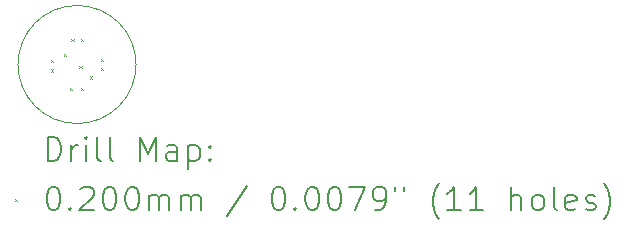
<source format=gbr>
%TF.GenerationSoftware,KiCad,Pcbnew,(6.0.7)*%
%TF.CreationDate,2022-10-27T11:49:25+02:00*%
%TF.ProjectId,PressureSensor,50726573-7375-4726-9553-656e736f722e,rev?*%
%TF.SameCoordinates,Original*%
%TF.FileFunction,Drillmap*%
%TF.FilePolarity,Positive*%
%FSLAX45Y45*%
G04 Gerber Fmt 4.5, Leading zero omitted, Abs format (unit mm)*
G04 Created by KiCad (PCBNEW (6.0.7)) date 2022-10-27 11:49:25*
%MOMM*%
%LPD*%
G01*
G04 APERTURE LIST*
%ADD10C,0.100000*%
%ADD11C,0.200000*%
%ADD12C,0.020000*%
G04 APERTURE END LIST*
D10*
X16800000Y-7400000D02*
G75*
G03*
X16800000Y-7400000I-500000J0D01*
G01*
D11*
D12*
X16080000Y-7360000D02*
X16100000Y-7380000D01*
X16100000Y-7360000D02*
X16080000Y-7380000D01*
X16080000Y-7440000D02*
X16100000Y-7460000D01*
X16100000Y-7440000D02*
X16080000Y-7460000D01*
X16190000Y-7310000D02*
X16210000Y-7330000D01*
X16210000Y-7310000D02*
X16190000Y-7330000D01*
X16240000Y-7600000D02*
X16260000Y-7620000D01*
X16260000Y-7600000D02*
X16240000Y-7620000D01*
X16250000Y-7180000D02*
X16270000Y-7200000D01*
X16270000Y-7180000D02*
X16250000Y-7200000D01*
X16320000Y-7410000D02*
X16340000Y-7430000D01*
X16340000Y-7410000D02*
X16320000Y-7430000D01*
X16330000Y-7180000D02*
X16350000Y-7200000D01*
X16350000Y-7180000D02*
X16330000Y-7200000D01*
X16330000Y-7600000D02*
X16350000Y-7620000D01*
X16350000Y-7600000D02*
X16330000Y-7620000D01*
X16410000Y-7500000D02*
X16430000Y-7520000D01*
X16430000Y-7500000D02*
X16410000Y-7520000D01*
X16500000Y-7350000D02*
X16520000Y-7370000D01*
X16520000Y-7350000D02*
X16500000Y-7370000D01*
X16500000Y-7430000D02*
X16520000Y-7450000D01*
X16520000Y-7430000D02*
X16500000Y-7450000D01*
D11*
X16052619Y-8215476D02*
X16052619Y-8015476D01*
X16100238Y-8015476D01*
X16128809Y-8025000D01*
X16147857Y-8044048D01*
X16157381Y-8063095D01*
X16166905Y-8101190D01*
X16166905Y-8129762D01*
X16157381Y-8167857D01*
X16147857Y-8186905D01*
X16128809Y-8205952D01*
X16100238Y-8215476D01*
X16052619Y-8215476D01*
X16252619Y-8215476D02*
X16252619Y-8082143D01*
X16252619Y-8120238D02*
X16262143Y-8101190D01*
X16271667Y-8091667D01*
X16290714Y-8082143D01*
X16309762Y-8082143D01*
X16376428Y-8215476D02*
X16376428Y-8082143D01*
X16376428Y-8015476D02*
X16366905Y-8025000D01*
X16376428Y-8034524D01*
X16385952Y-8025000D01*
X16376428Y-8015476D01*
X16376428Y-8034524D01*
X16500238Y-8215476D02*
X16481190Y-8205952D01*
X16471667Y-8186905D01*
X16471667Y-8015476D01*
X16605000Y-8215476D02*
X16585952Y-8205952D01*
X16576428Y-8186905D01*
X16576428Y-8015476D01*
X16833571Y-8215476D02*
X16833571Y-8015476D01*
X16900238Y-8158333D01*
X16966905Y-8015476D01*
X16966905Y-8215476D01*
X17147857Y-8215476D02*
X17147857Y-8110714D01*
X17138333Y-8091667D01*
X17119286Y-8082143D01*
X17081190Y-8082143D01*
X17062143Y-8091667D01*
X17147857Y-8205952D02*
X17128810Y-8215476D01*
X17081190Y-8215476D01*
X17062143Y-8205952D01*
X17052619Y-8186905D01*
X17052619Y-8167857D01*
X17062143Y-8148809D01*
X17081190Y-8139286D01*
X17128810Y-8139286D01*
X17147857Y-8129762D01*
X17243095Y-8082143D02*
X17243095Y-8282143D01*
X17243095Y-8091667D02*
X17262143Y-8082143D01*
X17300238Y-8082143D01*
X17319286Y-8091667D01*
X17328810Y-8101190D01*
X17338333Y-8120238D01*
X17338333Y-8177381D01*
X17328810Y-8196428D01*
X17319286Y-8205952D01*
X17300238Y-8215476D01*
X17262143Y-8215476D01*
X17243095Y-8205952D01*
X17424048Y-8196428D02*
X17433571Y-8205952D01*
X17424048Y-8215476D01*
X17414524Y-8205952D01*
X17424048Y-8196428D01*
X17424048Y-8215476D01*
X17424048Y-8091667D02*
X17433571Y-8101190D01*
X17424048Y-8110714D01*
X17414524Y-8101190D01*
X17424048Y-8091667D01*
X17424048Y-8110714D01*
D12*
X15775000Y-8535000D02*
X15795000Y-8555000D01*
X15795000Y-8535000D02*
X15775000Y-8555000D01*
D11*
X16090714Y-8435476D02*
X16109762Y-8435476D01*
X16128809Y-8445000D01*
X16138333Y-8454524D01*
X16147857Y-8473571D01*
X16157381Y-8511667D01*
X16157381Y-8559286D01*
X16147857Y-8597381D01*
X16138333Y-8616429D01*
X16128809Y-8625952D01*
X16109762Y-8635476D01*
X16090714Y-8635476D01*
X16071667Y-8625952D01*
X16062143Y-8616429D01*
X16052619Y-8597381D01*
X16043095Y-8559286D01*
X16043095Y-8511667D01*
X16052619Y-8473571D01*
X16062143Y-8454524D01*
X16071667Y-8445000D01*
X16090714Y-8435476D01*
X16243095Y-8616429D02*
X16252619Y-8625952D01*
X16243095Y-8635476D01*
X16233571Y-8625952D01*
X16243095Y-8616429D01*
X16243095Y-8635476D01*
X16328809Y-8454524D02*
X16338333Y-8445000D01*
X16357381Y-8435476D01*
X16405000Y-8435476D01*
X16424048Y-8445000D01*
X16433571Y-8454524D01*
X16443095Y-8473571D01*
X16443095Y-8492619D01*
X16433571Y-8521190D01*
X16319286Y-8635476D01*
X16443095Y-8635476D01*
X16566905Y-8435476D02*
X16585952Y-8435476D01*
X16605000Y-8445000D01*
X16614524Y-8454524D01*
X16624048Y-8473571D01*
X16633571Y-8511667D01*
X16633571Y-8559286D01*
X16624048Y-8597381D01*
X16614524Y-8616429D01*
X16605000Y-8625952D01*
X16585952Y-8635476D01*
X16566905Y-8635476D01*
X16547857Y-8625952D01*
X16538333Y-8616429D01*
X16528809Y-8597381D01*
X16519286Y-8559286D01*
X16519286Y-8511667D01*
X16528809Y-8473571D01*
X16538333Y-8454524D01*
X16547857Y-8445000D01*
X16566905Y-8435476D01*
X16757381Y-8435476D02*
X16776428Y-8435476D01*
X16795476Y-8445000D01*
X16805000Y-8454524D01*
X16814524Y-8473571D01*
X16824048Y-8511667D01*
X16824048Y-8559286D01*
X16814524Y-8597381D01*
X16805000Y-8616429D01*
X16795476Y-8625952D01*
X16776428Y-8635476D01*
X16757381Y-8635476D01*
X16738333Y-8625952D01*
X16728809Y-8616429D01*
X16719286Y-8597381D01*
X16709762Y-8559286D01*
X16709762Y-8511667D01*
X16719286Y-8473571D01*
X16728809Y-8454524D01*
X16738333Y-8445000D01*
X16757381Y-8435476D01*
X16909762Y-8635476D02*
X16909762Y-8502143D01*
X16909762Y-8521190D02*
X16919286Y-8511667D01*
X16938333Y-8502143D01*
X16966905Y-8502143D01*
X16985952Y-8511667D01*
X16995476Y-8530714D01*
X16995476Y-8635476D01*
X16995476Y-8530714D02*
X17005000Y-8511667D01*
X17024048Y-8502143D01*
X17052619Y-8502143D01*
X17071667Y-8511667D01*
X17081190Y-8530714D01*
X17081190Y-8635476D01*
X17176429Y-8635476D02*
X17176429Y-8502143D01*
X17176429Y-8521190D02*
X17185952Y-8511667D01*
X17205000Y-8502143D01*
X17233571Y-8502143D01*
X17252619Y-8511667D01*
X17262143Y-8530714D01*
X17262143Y-8635476D01*
X17262143Y-8530714D02*
X17271667Y-8511667D01*
X17290714Y-8502143D01*
X17319286Y-8502143D01*
X17338333Y-8511667D01*
X17347857Y-8530714D01*
X17347857Y-8635476D01*
X17738333Y-8425952D02*
X17566905Y-8683095D01*
X17995476Y-8435476D02*
X18014524Y-8435476D01*
X18033571Y-8445000D01*
X18043095Y-8454524D01*
X18052619Y-8473571D01*
X18062143Y-8511667D01*
X18062143Y-8559286D01*
X18052619Y-8597381D01*
X18043095Y-8616429D01*
X18033571Y-8625952D01*
X18014524Y-8635476D01*
X17995476Y-8635476D01*
X17976429Y-8625952D01*
X17966905Y-8616429D01*
X17957381Y-8597381D01*
X17947857Y-8559286D01*
X17947857Y-8511667D01*
X17957381Y-8473571D01*
X17966905Y-8454524D01*
X17976429Y-8445000D01*
X17995476Y-8435476D01*
X18147857Y-8616429D02*
X18157381Y-8625952D01*
X18147857Y-8635476D01*
X18138333Y-8625952D01*
X18147857Y-8616429D01*
X18147857Y-8635476D01*
X18281190Y-8435476D02*
X18300238Y-8435476D01*
X18319286Y-8445000D01*
X18328810Y-8454524D01*
X18338333Y-8473571D01*
X18347857Y-8511667D01*
X18347857Y-8559286D01*
X18338333Y-8597381D01*
X18328810Y-8616429D01*
X18319286Y-8625952D01*
X18300238Y-8635476D01*
X18281190Y-8635476D01*
X18262143Y-8625952D01*
X18252619Y-8616429D01*
X18243095Y-8597381D01*
X18233571Y-8559286D01*
X18233571Y-8511667D01*
X18243095Y-8473571D01*
X18252619Y-8454524D01*
X18262143Y-8445000D01*
X18281190Y-8435476D01*
X18471667Y-8435476D02*
X18490714Y-8435476D01*
X18509762Y-8445000D01*
X18519286Y-8454524D01*
X18528810Y-8473571D01*
X18538333Y-8511667D01*
X18538333Y-8559286D01*
X18528810Y-8597381D01*
X18519286Y-8616429D01*
X18509762Y-8625952D01*
X18490714Y-8635476D01*
X18471667Y-8635476D01*
X18452619Y-8625952D01*
X18443095Y-8616429D01*
X18433571Y-8597381D01*
X18424048Y-8559286D01*
X18424048Y-8511667D01*
X18433571Y-8473571D01*
X18443095Y-8454524D01*
X18452619Y-8445000D01*
X18471667Y-8435476D01*
X18605000Y-8435476D02*
X18738333Y-8435476D01*
X18652619Y-8635476D01*
X18824048Y-8635476D02*
X18862143Y-8635476D01*
X18881190Y-8625952D01*
X18890714Y-8616429D01*
X18909762Y-8587857D01*
X18919286Y-8549762D01*
X18919286Y-8473571D01*
X18909762Y-8454524D01*
X18900238Y-8445000D01*
X18881190Y-8435476D01*
X18843095Y-8435476D01*
X18824048Y-8445000D01*
X18814524Y-8454524D01*
X18805000Y-8473571D01*
X18805000Y-8521190D01*
X18814524Y-8540238D01*
X18824048Y-8549762D01*
X18843095Y-8559286D01*
X18881190Y-8559286D01*
X18900238Y-8549762D01*
X18909762Y-8540238D01*
X18919286Y-8521190D01*
X18995476Y-8435476D02*
X18995476Y-8473571D01*
X19071667Y-8435476D02*
X19071667Y-8473571D01*
X19366905Y-8711667D02*
X19357381Y-8702143D01*
X19338333Y-8673571D01*
X19328810Y-8654524D01*
X19319286Y-8625952D01*
X19309762Y-8578333D01*
X19309762Y-8540238D01*
X19319286Y-8492619D01*
X19328810Y-8464048D01*
X19338333Y-8445000D01*
X19357381Y-8416429D01*
X19366905Y-8406905D01*
X19547857Y-8635476D02*
X19433571Y-8635476D01*
X19490714Y-8635476D02*
X19490714Y-8435476D01*
X19471667Y-8464048D01*
X19452619Y-8483095D01*
X19433571Y-8492619D01*
X19738333Y-8635476D02*
X19624048Y-8635476D01*
X19681190Y-8635476D02*
X19681190Y-8435476D01*
X19662143Y-8464048D01*
X19643095Y-8483095D01*
X19624048Y-8492619D01*
X19976429Y-8635476D02*
X19976429Y-8435476D01*
X20062143Y-8635476D02*
X20062143Y-8530714D01*
X20052619Y-8511667D01*
X20033571Y-8502143D01*
X20005000Y-8502143D01*
X19985952Y-8511667D01*
X19976429Y-8521190D01*
X20185952Y-8635476D02*
X20166905Y-8625952D01*
X20157381Y-8616429D01*
X20147857Y-8597381D01*
X20147857Y-8540238D01*
X20157381Y-8521190D01*
X20166905Y-8511667D01*
X20185952Y-8502143D01*
X20214524Y-8502143D01*
X20233571Y-8511667D01*
X20243095Y-8521190D01*
X20252619Y-8540238D01*
X20252619Y-8597381D01*
X20243095Y-8616429D01*
X20233571Y-8625952D01*
X20214524Y-8635476D01*
X20185952Y-8635476D01*
X20366905Y-8635476D02*
X20347857Y-8625952D01*
X20338333Y-8606905D01*
X20338333Y-8435476D01*
X20519286Y-8625952D02*
X20500238Y-8635476D01*
X20462143Y-8635476D01*
X20443095Y-8625952D01*
X20433571Y-8606905D01*
X20433571Y-8530714D01*
X20443095Y-8511667D01*
X20462143Y-8502143D01*
X20500238Y-8502143D01*
X20519286Y-8511667D01*
X20528810Y-8530714D01*
X20528810Y-8549762D01*
X20433571Y-8568810D01*
X20605000Y-8625952D02*
X20624048Y-8635476D01*
X20662143Y-8635476D01*
X20681190Y-8625952D01*
X20690714Y-8606905D01*
X20690714Y-8597381D01*
X20681190Y-8578333D01*
X20662143Y-8568810D01*
X20633571Y-8568810D01*
X20614524Y-8559286D01*
X20605000Y-8540238D01*
X20605000Y-8530714D01*
X20614524Y-8511667D01*
X20633571Y-8502143D01*
X20662143Y-8502143D01*
X20681190Y-8511667D01*
X20757381Y-8711667D02*
X20766905Y-8702143D01*
X20785952Y-8673571D01*
X20795476Y-8654524D01*
X20805000Y-8625952D01*
X20814524Y-8578333D01*
X20814524Y-8540238D01*
X20805000Y-8492619D01*
X20795476Y-8464048D01*
X20785952Y-8445000D01*
X20766905Y-8416429D01*
X20757381Y-8406905D01*
M02*

</source>
